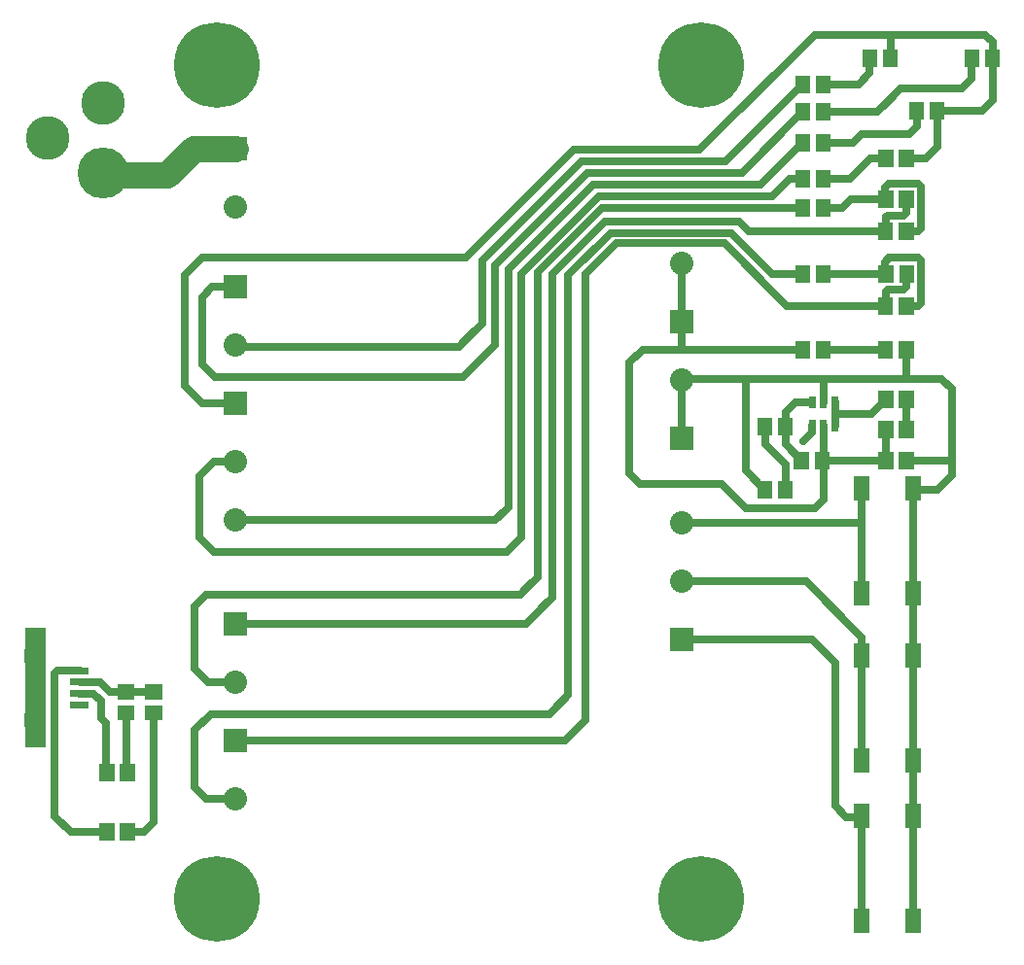
<source format=gbr>
G04 start of page 2 for group 0 idx 0 *
G04 Title: (unknown), component *
G04 Creator: pcb 4.0.2 *
G04 CreationDate: Mon Feb 22 18:09:41 2021 UTC *
G04 For: ndholmes *
G04 Format: Gerber/RS-274X *
G04 PCB-Dimensions (mil): 3500.00 3200.00 *
G04 PCB-Coordinate-Origin: lower left *
%MOIN*%
%FSLAX25Y25*%
%LNTOP*%
%ADD23C,0.1100*%
%ADD22C,0.1250*%
%ADD21C,0.1285*%
%ADD20C,0.0420*%
%ADD19C,0.0120*%
%ADD18C,0.0260*%
%ADD17C,0.1500*%
%ADD16C,0.1750*%
%ADD15C,0.2937*%
%ADD14C,0.0800*%
%ADD13C,0.0900*%
%ADD12C,0.0250*%
%ADD11C,0.0001*%
G54D11*G36*
X1500Y110000D02*X8500D01*
Y69000D01*
X1500D01*
Y110000D01*
G37*
G54D12*X226500Y216000D02*Y205500D01*
X249500Y246000D02*X246000Y249500D01*
X243500Y245500D02*X202000D01*
X257500Y231500D02*X243500Y245500D01*
X204000Y242000D02*X241000D01*
X226500Y235000D02*Y212000D01*
X237500Y205500D02*X213000D01*
X233000D02*X267957D01*
X248500Y195500D02*Y163957D01*
X255000Y178957D02*X254957Y179000D01*
X255000Y173000D02*Y178957D01*
X226500Y106000D02*X267500D01*
X226500Y126000D02*X260000D01*
X246000Y146000D02*X226500D01*
Y195000D02*Y175000D01*
X267957Y231500D02*X257500D01*
X241000Y242000D02*X260750Y222250D01*
X258500Y224500D02*X262500Y220500D01*
X208500Y201000D02*Y163000D01*
X167000Y151500D02*X163750Y148250D01*
X171500Y141000D02*X168500Y138000D01*
X171500Y141000D02*X166500Y136000D01*
X167000Y233000D02*Y151500D01*
X171500Y231500D02*Y141000D01*
X177000Y232000D02*Y127500D01*
X182000Y231500D02*Y120500D01*
X187500Y231000D02*Y87000D01*
X182000Y120500D02*X173000Y111500D01*
X193500Y78500D02*Y231500D01*
X162500Y147000D02*X167000Y151500D01*
X177000Y127500D02*X172500Y123000D01*
X182000Y120500D02*X178500Y117000D01*
X187500Y87000D02*X185000Y84500D01*
X171000Y121500D02*X177000Y127500D01*
X187500Y87000D02*X181000Y80500D01*
X186500Y71500D02*X193500Y78500D01*
X247000Y266000D02*X194000D01*
X253500Y262000D02*X196000D01*
X257500Y258000D02*X198000D01*
X267957Y254000D02*X199000D01*
X189500Y274000D02*X232500D01*
X241500Y270000D02*X192000D01*
X246000Y249500D02*X200000D01*
X213000Y205500D02*X208500Y201000D01*
X158000Y214500D02*X151500Y208000D01*
X162500Y207000D02*X158500Y203000D01*
X152500Y237000D02*X189500Y274000D01*
X158000Y236000D02*Y214500D01*
X192000Y270000D02*X158000Y236000D01*
X162500Y234500D02*Y207000D01*
X194000Y266000D02*X162500Y234500D01*
X196000Y262000D02*X167000Y233000D01*
X198000Y258000D02*X171500Y231500D01*
X199000Y254000D02*X177000Y232000D01*
X200000Y249500D02*X182000Y231500D01*
X202000Y245500D02*X187500Y231000D01*
X193500Y231500D02*X204000Y242000D01*
X157000Y213500D02*X150000Y206500D01*
X162500Y207000D02*X151500Y196000D01*
X208500Y163000D02*X212000Y159500D01*
X248500Y151000D02*X272000D01*
X240000Y159500D02*X248500Y151000D01*
X212000Y159500D02*X240000D01*
X248500Y163957D02*X254957Y157500D01*
X243000Y146000D02*X288100D01*
X262043Y157500D02*Y165957D01*
X275000Y167914D02*X275043Y167957D01*
X275000Y154000D02*Y167914D01*
X272000Y151000D02*X275000Y154000D01*
X275100Y168014D02*X274586Y167500D01*
X275100Y179300D02*Y168014D01*
X274629Y167543D02*X274586Y167500D01*
X262043Y165957D02*X255000Y173000D01*
X262043Y172957D02*X267500Y167500D01*
X296457Y167543D02*X274629D01*
X303543Y167500D02*X319000D01*
X296457D02*Y178000D01*
X271200Y177200D02*X268000Y174000D01*
X271200Y179300D02*Y177200D01*
X265500Y187500D02*X271200D01*
X262043Y184043D02*X265500Y187500D01*
X262043Y178000D02*Y184043D01*
Y179000D02*Y172957D01*
X275100Y195400D02*X275000Y195500D01*
X275100Y187500D02*Y195400D01*
X291457Y183500D02*X296457Y188500D01*
X279000Y183500D02*X291457D01*
X279000Y187500D02*Y179300D01*
X226500Y195500D02*X304500D01*
X271000Y106000D02*X263500D01*
X269000Y126000D02*X250500D01*
X288100Y106900D02*X269000Y126000D01*
X279000Y98000D02*X271000Y106000D01*
X279000Y49000D02*Y98000D01*
X288100Y101500D02*Y106900D01*
Y157950D02*Y122050D01*
Y100450D02*Y64550D01*
X282900Y45100D02*X279000Y49000D01*
X288100Y45100D02*X282900D01*
X288100Y45450D02*Y9550D01*
X305900Y157950D02*Y9550D01*
X314000Y157500D02*X305900D01*
X319000Y162500D02*X314000Y157500D01*
X319000Y192000D02*Y162500D01*
X303543Y188500D02*Y178000D01*
X315500Y195500D02*X319000Y192000D01*
X315500Y195500D02*X303500D01*
Y205500D02*Y195500D01*
X298043Y313457D02*X298000Y313500D01*
X298043Y305500D02*Y313457D01*
X293500Y287000D02*X298750Y292250D01*
X275043Y287000D02*X293500D01*
X287000Y296500D02*X275043D01*
X290957Y300457D02*X287000Y296500D01*
X290957Y305500D02*Y300457D01*
X272000Y313500D02*X312500D01*
X330500D02*X299500D01*
X333043Y310957D02*X330500Y313500D01*
X304500Y279500D02*X306000Y281000D01*
X288000Y279500D02*X304500D01*
X307000Y282000D01*
X310000Y271000D02*X303543D01*
X314043Y275043D02*X310000Y271000D01*
X314043Y287500D02*Y275043D01*
X301500Y295000D02*X294500Y288000D01*
X307000Y287457D02*X306957Y287500D01*
X307000Y282000D02*Y287457D01*
X314543Y287500D02*X314043Y287000D01*
X329500Y287500D02*X314543D01*
X333043Y291043D02*X329500Y287500D01*
X322500Y295000D02*X301500D01*
X325957Y298457D02*X322500Y295000D01*
X325957Y305500D02*Y298457D01*
X333043Y305543D02*Y291043D01*
Y305500D02*Y310957D01*
X232500Y274000D02*X272000Y313500D01*
X267957Y296457D02*X241500Y270000D01*
X267957Y296500D02*Y296457D01*
Y286957D02*X247000Y266000D01*
X267957Y287000D02*Y286957D01*
Y276457D02*X253500Y262000D01*
X267957Y276500D02*Y276457D01*
X263500Y264000D02*X257500Y258000D01*
X267957Y264000D02*X263500D01*
X285000Y276500D02*X288000Y279500D01*
X275043Y276500D02*X285000D01*
X284000Y264000D02*X275043D01*
X291000Y271000D02*X284000Y264000D01*
X296457Y271000D02*X291000D01*
X284500Y257000D02*X296457D01*
X296000Y261000D02*X297500Y262500D01*
X296000Y257000D02*Y261000D01*
X275043Y254000D02*X281500D01*
X282500Y246000D02*X249500D01*
X296500D02*X277500D01*
X307500D02*X303500D01*
X308500Y247000D02*X307500Y246000D01*
X296500Y251000D02*Y246086D01*
X297500Y262500D02*X307500D01*
X297000Y251500D02*X296500Y251000D01*
X302500Y251500D02*X297000D01*
X303586Y252586D02*X302500Y251500D01*
X303586Y257000D02*Y252586D01*
X281500Y254000D02*X284500Y257000D01*
X262500Y220500D02*X296500D01*
X296000Y231500D02*Y235500D01*
X296500Y220586D02*X296414Y220500D01*
X296500Y225500D02*Y220586D01*
X275000Y231500D02*X296500D01*
X295914Y205500D02*X275043D01*
X308500Y261500D02*Y247000D01*
X307500Y262500D02*X308500Y261500D01*
X297500Y237000D02*X307500D01*
X296000Y235500D02*X297500Y237000D01*
X297000Y226000D02*X296500Y225500D01*
X302500Y226000D02*X297000D01*
X303586Y227086D02*X302500Y226000D01*
X307500Y220500D02*X303500D01*
X308500Y221500D02*X307500Y220500D01*
X308500Y236000D02*Y221500D01*
X307500Y237000D02*X308500Y236000D01*
X303586Y231500D02*Y227086D01*
X62000Y237000D02*X152500D01*
X150000Y206500D02*X74000D01*
X65500Y227000D02*X73500D01*
X62000Y223500D02*X65500Y227000D01*
X56000Y231000D02*X62000Y237000D01*
X56000Y193000D02*Y231000D01*
X62000Y187000D02*X56000Y193000D01*
X73500Y187000D02*X62000D01*
X74000Y206500D02*X73500Y207000D01*
X62000Y200500D02*Y223500D01*
X66500Y196000D02*X62000Y200500D01*
X151500Y196000D02*X66500D01*
G54D13*X73500Y274500D02*X59000D01*
X50000Y265500D01*
X28000D01*
G54D12*X73500Y147000D02*X162500D01*
X166500Y136000D02*X66000D01*
X63500Y121500D02*X171000D01*
X66000Y167000D02*X73500D01*
X61000Y162000D02*X66000Y167000D01*
X61000Y141000D02*Y162000D01*
X66000Y136000D02*X61000Y141000D01*
X181000Y80500D02*X65000D01*
X73500Y71500D02*X186500D01*
X173000Y111500D02*X73500D01*
X20000Y87531D02*X24969D01*
X27500Y85000D02*Y79000D01*
X29000Y77500D01*
X20000Y95406D02*X12406D01*
X11500Y94500D01*
X73500Y91500D02*X64000D01*
X20500D02*X27000D01*
X30500Y88000D01*
X46000D01*
X24969Y87531D02*X27500Y85000D01*
X59500Y117500D02*X63500Y121500D01*
X59500Y96000D02*Y117500D01*
X64000Y91500D02*X59500Y96000D01*
Y75000D02*Y55500D01*
X65000Y80500D02*X59500Y75000D01*
X63500Y51500D02*X73500D01*
X59500Y55500D02*X63500Y51500D01*
X45500Y80957D02*Y43500D01*
X42000Y40000D01*
X36543D01*
X36000Y80957D02*Y61043D01*
X36543Y60500D01*
X29000Y77500D02*Y60957D01*
X29457Y60500D01*
X17000Y40000D02*X29457D01*
X11500Y94500D02*Y45500D01*
X17000Y40000D01*
G54D11*G36*
X222500Y179000D02*Y171000D01*
X230500D01*
Y179000D01*
X222500D01*
G37*
G54D14*X226500Y195000D03*
G54D11*G36*
X222500Y219000D02*Y211000D01*
X230500D01*
Y219000D01*
X222500D01*
G37*
G54D14*X226500Y235000D03*
G54D15*X233000Y17000D03*
G54D11*G36*
X222500Y110000D02*Y102000D01*
X230500D01*
Y110000D01*
X222500D01*
G37*
G54D14*X226500Y126000D03*
Y146000D03*
G54D15*X233000Y303000D03*
G54D11*G36*
X69500Y191000D02*Y183000D01*
X77500D01*
Y191000D01*
X69500D01*
G37*
G54D14*X73500Y167000D03*
Y147000D03*
G54D11*G36*
X69500Y231000D02*Y223000D01*
X77500D01*
Y231000D01*
X69500D01*
G37*
G54D14*X73500Y207000D03*
G54D11*G36*
X69500Y115500D02*Y107500D01*
X77500D01*
Y115500D01*
X69500D01*
G37*
G54D14*X73500Y91500D03*
G54D11*G36*
X69500Y75500D02*Y67500D01*
X77500D01*
Y75500D01*
X69500D01*
G37*
G54D14*X73500Y51500D03*
G54D15*X67000Y17000D03*
Y303000D03*
G54D11*G36*
X69500Y278500D02*Y270500D01*
X77500D01*
Y278500D01*
X69500D01*
G37*
G54D14*X73500Y254500D03*
G54D16*X28000Y266000D03*
G54D17*Y290000D03*
X9000Y278000D03*
G54D11*G36*
X33048Y90602D02*Y85484D01*
X38952D01*
Y90602D01*
X33048D01*
G37*
G36*
Y83516D02*Y78398D01*
X38952D01*
Y83516D01*
X33048D01*
G37*
G36*
X42548Y90602D02*Y85484D01*
X48452D01*
Y90602D01*
X42548D01*
G37*
G36*
Y83516D02*Y78398D01*
X48452D01*
Y83516D01*
X42548D01*
G37*
G36*
X32016Y63452D02*X26898D01*
Y57548D01*
X32016D01*
Y63452D01*
G37*
G36*
X39102D02*X33984D01*
Y57548D01*
X39102D01*
Y63452D01*
G37*
G36*
X32016Y42952D02*X26898D01*
Y37048D01*
X32016D01*
Y42952D01*
G37*
G36*
X39102D02*X33984D01*
Y37048D01*
X39102D01*
Y42952D01*
G37*
G36*
X16949Y96587D02*Y94225D01*
X23051D01*
Y96587D01*
X16949D01*
G37*
G36*
X1201Y102886D02*Y98162D01*
X8287D01*
Y102886D01*
X1201D01*
G37*
G36*
X16949Y92650D02*Y90288D01*
X23051D01*
Y92650D01*
X16949D01*
G37*
G36*
Y88712D02*Y86350D01*
X23051D01*
Y88712D01*
X16949D01*
G37*
G36*
Y84775D02*Y82413D01*
X23051D01*
Y84775D01*
X16949D01*
G37*
G36*
X1201Y80838D02*Y76114D01*
X8287D01*
Y80838D01*
X1201D01*
G37*
G36*
X308650Y162100D02*X303150D01*
Y153800D01*
X308650D01*
Y162100D01*
G37*
G36*
X290850D02*X285350D01*
Y153800D01*
X290850D01*
Y162100D01*
G37*
G36*
X299016Y191452D02*X293898D01*
Y185548D01*
X299016D01*
Y191452D01*
G37*
G36*
Y180952D02*X293898D01*
Y175048D01*
X299016D01*
Y180952D01*
G37*
G36*
X306102D02*X300984D01*
Y175048D01*
X306102D01*
Y180952D01*
G37*
G36*
X299016Y170452D02*X293898D01*
Y164548D01*
X299016D01*
Y170452D01*
G37*
G36*
X306102D02*X300984D01*
Y164548D01*
X306102D01*
Y170452D01*
G37*
G36*
X308650Y126200D02*X303150D01*
Y117900D01*
X308650D01*
Y126200D01*
G37*
G36*
X290850D02*X285350D01*
Y117900D01*
X290850D01*
Y126200D01*
G37*
G36*
X308650Y104600D02*X303150D01*
Y96300D01*
X308650D01*
Y104600D01*
G37*
G36*
Y68700D02*X303150D01*
Y60400D01*
X308650D01*
Y68700D01*
G37*
G36*
X290850Y104600D02*X285350D01*
Y96300D01*
X290850D01*
Y104600D01*
G37*
G36*
Y68700D02*X285350D01*
Y60400D01*
X290850D01*
Y68700D01*
G37*
G36*
X308650Y49600D02*X303150D01*
Y41300D01*
X308650D01*
Y49600D01*
G37*
G36*
Y13700D02*X303150D01*
Y5400D01*
X308650D01*
Y13700D01*
G37*
G36*
X290850Y49600D02*X285350D01*
Y41300D01*
X290850D01*
Y49600D01*
G37*
G36*
Y13700D02*X285350D01*
Y5400D01*
X290850D01*
Y13700D01*
G37*
G36*
X280200Y189500D02*X277800D01*
Y185500D01*
X280200D01*
Y189500D01*
G37*
G36*
X276300D02*X273900D01*
Y185500D01*
X276300D01*
Y189500D01*
G37*
G36*
X272400D02*X270000D01*
Y185500D01*
X272400D01*
Y189500D01*
G37*
G36*
Y181300D02*X270000D01*
Y177300D01*
X272400D01*
Y181300D01*
G37*
G36*
X276300D02*X273900D01*
Y177300D01*
X276300D01*
Y181300D01*
G37*
G36*
X280200D02*X277800D01*
Y177300D01*
X280200D01*
Y181300D01*
G37*
G36*
X277145Y170452D02*X272027D01*
Y164548D01*
X277145D01*
Y170452D01*
G37*
G36*
X270059D02*X264941D01*
Y164548D01*
X270059D01*
Y170452D01*
G37*
G36*
X264602Y181952D02*X259484D01*
Y176048D01*
X264602D01*
Y181952D01*
G37*
G36*
Y160452D02*X259484D01*
Y154548D01*
X264602D01*
Y160452D01*
G37*
G36*
X257516Y181952D02*X252398D01*
Y176048D01*
X257516D01*
Y181952D01*
G37*
G36*
Y160452D02*X252398D01*
Y154548D01*
X257516D01*
Y160452D01*
G37*
G36*
X277602Y208452D02*X272484D01*
Y202548D01*
X277602D01*
Y208452D01*
G37*
G36*
X270516D02*X265398D01*
Y202548D01*
X270516D01*
Y208452D01*
G37*
G36*
X306102Y191452D02*X300984D01*
Y185548D01*
X306102D01*
Y191452D01*
G37*
G36*
X298973Y223452D02*X293855D01*
Y217548D01*
X298973D01*
Y223452D01*
G37*
G36*
X306059D02*X300941D01*
Y217548D01*
X306059D01*
Y223452D01*
G37*
G36*
Y208452D02*X300941D01*
Y202548D01*
X306059D01*
Y208452D01*
G37*
G36*
X298973D02*X293855D01*
Y202548D01*
X298973D01*
Y208452D01*
G37*
G36*
X293516Y308452D02*X288398D01*
Y302548D01*
X293516D01*
Y308452D01*
G37*
G36*
X300602D02*X295484D01*
Y302548D01*
X300602D01*
Y308452D01*
G37*
G36*
X328516D02*X323398D01*
Y302548D01*
X328516D01*
Y308452D01*
G37*
G36*
X335602D02*X330484D01*
Y302548D01*
X335602D01*
Y308452D01*
G37*
G36*
X316602Y290452D02*X311484D01*
Y284548D01*
X316602D01*
Y290452D01*
G37*
G36*
X299016Y273952D02*X293898D01*
Y268048D01*
X299016D01*
Y273952D01*
G37*
G36*
X298973Y248952D02*X293855D01*
Y243048D01*
X298973D01*
Y248952D01*
G37*
G36*
X299016Y259952D02*X293898D01*
Y254048D01*
X299016D01*
Y259952D01*
G37*
G36*
X277602Y299452D02*X272484D01*
Y293548D01*
X277602D01*
Y299452D01*
G37*
G36*
X270516D02*X265398D01*
Y293548D01*
X270516D01*
Y299452D01*
G37*
G36*
X277602Y289952D02*X272484D01*
Y284048D01*
X277602D01*
Y289952D01*
G37*
G36*
X270516D02*X265398D01*
Y284048D01*
X270516D01*
Y289952D01*
G37*
G36*
X309516Y290452D02*X304398D01*
Y284548D01*
X309516D01*
Y290452D01*
G37*
G36*
X306102Y273952D02*X300984D01*
Y268048D01*
X306102D01*
Y273952D01*
G37*
G36*
X306059Y248952D02*X300941D01*
Y243048D01*
X306059D01*
Y248952D01*
G37*
G36*
X306102Y259952D02*X300984D01*
Y254048D01*
X306102D01*
Y259952D01*
G37*
G36*
X270516Y234452D02*X265398D01*
Y228548D01*
X270516D01*
Y234452D01*
G37*
G36*
X277602D02*X272484D01*
Y228548D01*
X277602D01*
Y234452D01*
G37*
G36*
Y279452D02*X272484D01*
Y273548D01*
X277602D01*
Y279452D01*
G37*
G36*
X270516D02*X265398D01*
Y273548D01*
X270516D01*
Y279452D01*
G37*
G36*
Y256952D02*X265398D01*
Y251048D01*
X270516D01*
Y256952D01*
G37*
G36*
X277602D02*X272484D01*
Y251048D01*
X277602D01*
Y256952D01*
G37*
G36*
Y266952D02*X272484D01*
Y261048D01*
X277602D01*
Y266952D01*
G37*
G36*
X270516D02*X265398D01*
Y261048D01*
X270516D01*
Y266952D01*
G37*
G36*
X299059Y234452D02*X293941D01*
Y228548D01*
X299059D01*
Y234452D01*
G37*
G36*
X306145D02*X301027D01*
Y228548D01*
X306145D01*
Y234452D01*
G37*
G54D18*X268000Y174000D03*
X255000Y173000D03*
G54D19*G54D20*G54D21*G54D20*G54D21*G54D20*G54D21*G54D20*G54D22*G54D23*M02*

</source>
